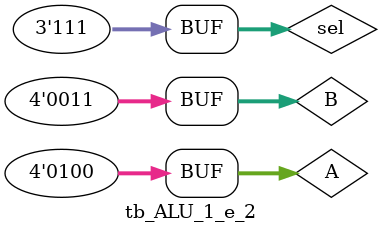
<source format=v>
`timescale 1ns / 100ps
module tb_ALU_1_e_2();
reg [3:0] A,B;
reg [2:0] sel;
wire [3:0] Y;
/*
ALU_1 DUT(
    .A(A),
    .B(B),
    .sel(sel),
    .Y(Y)
);
*/
ALU_2 DUT(
    .A(A),
    .B(B),
    .sel(sel),
    .Y(Y)
);

initial begin
    A=4'd4;
    B=4'd3;
    sel=3'b000;

    #10;
    sel=3'b000;
    #10;
    sel=3'b001;
    #10;
    sel=3'b010;
    #10;
    sel=3'b011;
    #10;
    sel=3'b100;
    #10;
    sel=3'b101;
    #10;
    sel=3'b110;
    #10;
    sel=3'b111;
    #10;

end 

endmodule
</source>
